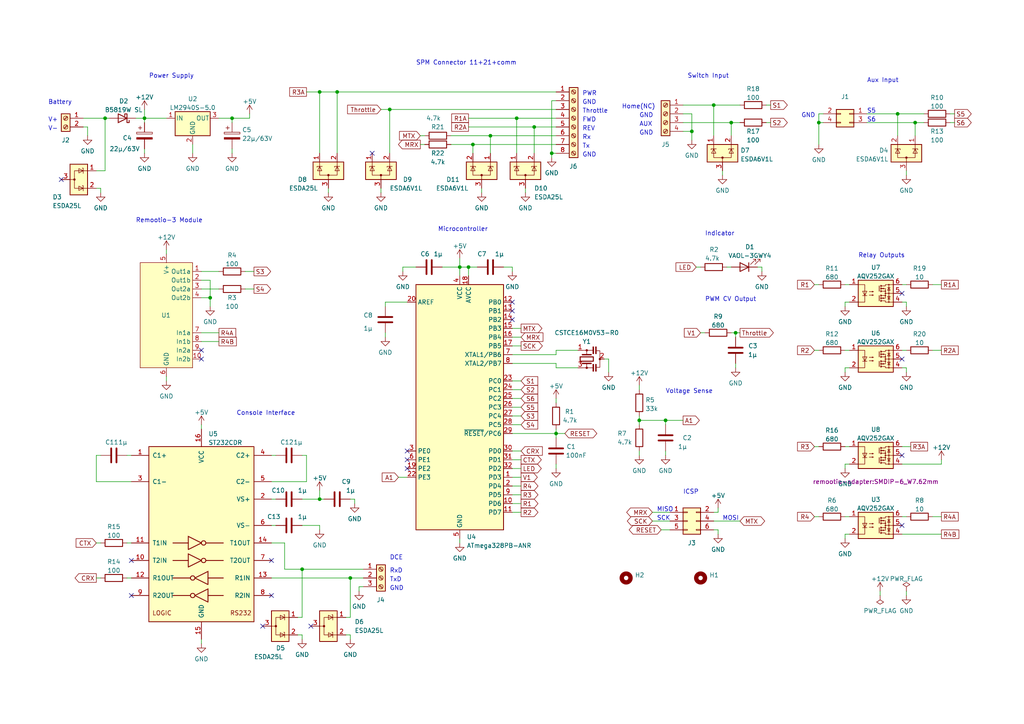
<source format=kicad_sch>
(kicad_sch (version 20211123) (generator eeschema)
  (paper "A4")
  (title_block (title "Remootio Adapter - Hay Hoist") (date "2024-08-06") (rev "1.1") (company "Hyspec / 6-v"))
  (junction (at 260.35 33.02))
  (junction (at 200.66 38.1))
  (junction (at 92.71 26.67))
  (junction (at 67.31 34.29))
  (junction (at 161.29 125.73))
  (junction (at 87.63 165.1))
  (junction (at 133.35 77.47))
  (junction (at 193.04 121.92))
  (junction (at 149.86 34.29))
  (junction (at 97.79 26.67))
  (junction (at 30.48 34.29))
  (junction (at 41.91 34.29))
  (junction (at 142.24 39.37))
  (junction (at 237.49 35.56))
  (junction (at 265.43 35.56))
  (junction (at 160.02 44.45))
  (junction (at 135.89 77.47))
  (junction (at 60.96 86.36))
  (junction (at 212.09 35.56))
  (junction (at 213.36 96.52))
  (junction (at 207.01 30.48))
  (junction (at 92.71 144.78))
  (junction (at 154.94 36.83))
  (junction (at 185.42 121.92))
  (junction (at 101.6 167.64))
  (junction (at 113.03 31.75))
  (junction (at 137.16 41.91))
  (no_connect (at 17.78 52.07))
  (no_connect (at 38.1 172.72))
  (no_connect (at 261.62 152.4))
  (no_connect (at 118.11 133.35))
  (no_connect (at 107.95 44.45))
  (no_connect (at 261.62 85.09))
  (no_connect (at 261.62 132.08))
  (no_connect (at 118.11 135.89))
  (no_connect (at 58.42 104.14))
  (no_connect (at 90.17 181.61))
  (no_connect (at 58.42 101.6))
  (no_connect (at 78.74 172.72))
  (no_connect (at 38.1 162.56))
  (no_connect (at 261.62 104.14))
  (no_connect (at 118.11 130.81))
  (no_connect (at 148.59 87.63))
  (no_connect (at 76.2 181.61))
  (no_connect (at 148.59 90.17))
  (no_connect (at 78.74 162.56))
  (no_connect (at 148.59 92.71))
  (wire (pts (xy 92.71 152.4) (xy 92.71 153.67)))
  (wire (pts (xy 213.36 96.52) (xy 213.36 97.79)))
  (wire (pts (xy 148.59 138.43) (xy 151.13 138.43)))
  (wire (pts (xy 88.9 139.7) (xy 88.9 132.08)))
  (wire (pts (xy 148.59 133.35) (xy 151.13 133.35)))
  (wire (pts (xy 262.89 49.53) (xy 262.89 50.8)))
  (wire (pts (xy 63.5 34.29) (xy 67.31 34.29)))
  (wire (pts (xy 41.91 34.29) (xy 48.26 34.29)))
  (wire (pts (xy 198.12 35.56) (xy 212.09 35.56)))
  (wire (pts (xy 237.49 35.56) (xy 238.76 35.56)))
  (wire (pts (xy 261.62 154.94) (xy 273.05 154.94)))
  (wire (pts (xy 48.26 72.39) (xy 48.26 73.66)))
  (wire (pts (xy 212.09 35.56) (xy 214.63 35.56)))
  (wire (pts (xy 273.05 133.35) (xy 273.05 134.62)))
  (wire (pts (xy 213.36 105.41) (xy 213.36 106.68)))
  (wire (pts (xy 78.74 132.08) (xy 80.01 132.08)))
  (wire (pts (xy 161.29 106.68) (xy 167.64 106.68)))
  (wire (pts (xy 148.59 110.49) (xy 151.13 110.49)))
  (wire (pts (xy 58.42 86.36) (xy 60.96 86.36)))
  (wire (pts (xy 148.59 135.89) (xy 151.13 135.89)))
  (wire (pts (xy 189.23 151.13) (xy 194.31 151.13)))
  (wire (pts (xy 270.51 101.6) (xy 273.05 101.6)))
  (wire (pts (xy 203.2 96.52) (xy 204.47 96.52)))
  (wire (pts (xy 208.28 153.67) (xy 208.28 154.94)))
  (wire (pts (xy 30.48 49.53) (xy 30.48 34.29)))
  (wire (pts (xy 161.29 134.62) (xy 161.29 135.89)))
  (wire (pts (xy 245.11 82.55) (xy 246.38 82.55)))
  (wire (pts (xy 208.28 148.59) (xy 208.28 147.32)))
  (wire (pts (xy 82.55 165.1) (xy 82.55 157.48)))
  (wire (pts (xy 58.42 81.28) (xy 60.96 81.28)))
  (wire (pts (xy 245.11 106.68) (xy 245.11 107.95)))
  (wire (pts (xy 29.21 132.08) (xy 27.94 132.08)))
  (wire (pts (xy 92.71 144.78) (xy 93.98 144.78)))
  (wire (pts (xy 148.59 115.57) (xy 151.13 115.57)))
  (wire (pts (xy 207.01 153.67) (xy 208.28 153.67)))
  (wire (pts (xy 92.71 144.78) (xy 92.71 142.24)))
  (wire (pts (xy 137.16 41.91) (xy 137.16 44.45)))
  (wire (pts (xy 149.86 34.29) (xy 149.86 44.45)))
  (wire (pts (xy 58.42 78.74) (xy 63.5 78.74)))
  (wire (pts (xy 115.57 138.43) (xy 118.11 138.43)))
  (wire (pts (xy 160.02 44.45) (xy 160.02 45.72)))
  (wire (pts (xy 36.83 132.08) (xy 38.1 132.08)))
  (wire (pts (xy 86.36 179.07) (xy 87.63 179.07)))
  (wire (pts (xy 251.46 33.02) (xy 260.35 33.02)))
  (wire (pts (xy 245.11 87.63) (xy 245.11 88.9)))
  (wire (pts (xy 95.25 54.61) (xy 95.25 55.88)))
  (wire (pts (xy 24.13 34.29) (xy 30.48 34.29)))
  (wire (pts (xy 245.11 129.54) (xy 246.38 129.54)))
  (wire (pts (xy 121.92 39.37) (xy 123.19 39.37)))
  (wire (pts (xy 27.94 167.64) (xy 29.21 167.64)))
  (wire (pts (xy 213.36 96.52) (xy 214.63 96.52)))
  (wire (pts (xy 148.59 105.41) (xy 161.29 105.41)))
  (wire (pts (xy 251.46 35.56) (xy 265.43 35.56)))
  (wire (pts (xy 92.71 26.67) (xy 92.71 44.45)))
  (wire (pts (xy 118.11 87.63) (xy 111.76 87.63)))
  (wire (pts (xy 209.55 49.53) (xy 209.55 50.8)))
  (wire (pts (xy 275.59 35.56) (xy 276.86 35.56)))
  (wire (pts (xy 87.63 165.1) (xy 105.41 165.1)))
  (wire (pts (xy 133.35 74.93) (xy 133.35 77.47)))
  (wire (pts (xy 146.05 77.47) (xy 148.59 77.47)))
  (wire (pts (xy 58.42 99.06) (xy 63.5 99.06)))
  (wire (pts (xy 120.65 77.47) (xy 116.84 77.47)))
  (wire (pts (xy 198.12 38.1) (xy 200.66 38.1)))
  (wire (pts (xy 60.96 81.28) (xy 60.96 86.36)))
  (wire (pts (xy 189.23 148.59) (xy 194.31 148.59)))
  (wire (pts (xy 148.59 102.87) (xy 161.29 102.87)))
  (wire (pts (xy 246.38 134.62) (xy 245.11 134.62)))
  (wire (pts (xy 67.31 43.18) (xy 67.31 44.45)))
  (wire (pts (xy 246.38 154.94) (xy 245.11 154.94)))
  (wire (pts (xy 135.89 80.01) (xy 135.89 77.47)))
  (wire (pts (xy 154.94 36.83) (xy 161.29 36.83)))
  (wire (pts (xy 212.09 35.56) (xy 212.09 39.37)))
  (wire (pts (xy 161.29 115.57) (xy 161.29 116.84)))
  (wire (pts (xy 185.42 120.65) (xy 185.42 121.92)))
  (wire (pts (xy 260.35 33.02) (xy 267.97 33.02)))
  (wire (pts (xy 128.27 77.47) (xy 133.35 77.47)))
  (wire (pts (xy 139.7 54.61) (xy 139.7 55.88)))
  (wire (pts (xy 161.29 125.73) (xy 163.83 125.73)))
  (wire (pts (xy 110.49 54.61) (xy 110.49 55.88)))
  (wire (pts (xy 148.59 140.97) (xy 151.13 140.97)))
  (wire (pts (xy 148.59 113.03) (xy 151.13 113.03)))
  (wire (pts (xy 67.31 34.29) (xy 72.39 34.29)))
  (wire (pts (xy 220.98 77.47) (xy 220.98 78.74)))
  (wire (pts (xy 261.62 106.68) (xy 262.89 106.68)))
  (wire (pts (xy 262.89 87.63) (xy 262.89 88.9)))
  (wire (pts (xy 148.59 95.25) (xy 151.13 95.25)))
  (wire (pts (xy 161.29 125.73) (xy 161.29 127)))
  (wire (pts (xy 245.11 149.86) (xy 246.38 149.86)))
  (wire (pts (xy 261.62 134.62) (xy 273.05 134.62)))
  (wire (pts (xy 78.74 167.64) (xy 101.6 167.64)))
  (wire (pts (xy 207.01 30.48) (xy 214.63 30.48)))
  (wire (pts (xy 237.49 41.91) (xy 237.49 35.56)))
  (wire (pts (xy 78.74 144.78) (xy 80.01 144.78)))
  (wire (pts (xy 58.42 185.42) (xy 58.42 186.69)))
  (wire (pts (xy 207.01 151.13) (xy 214.63 151.13)))
  (wire (pts (xy 135.89 36.83) (xy 154.94 36.83)))
  (wire (pts (xy 29.21 54.61) (xy 29.21 55.88)))
  (wire (pts (xy 55.88 41.91) (xy 55.88 44.45)))
  (wire (pts (xy 270.51 149.86) (xy 273.05 149.86)))
  (wire (pts (xy 101.6 144.78) (xy 102.87 144.78)))
  (wire (pts (xy 161.29 101.6) (xy 167.64 101.6)))
  (wire (pts (xy 137.16 41.91) (xy 161.29 41.91)))
  (wire (pts (xy 133.35 156.21) (xy 133.35 157.48)))
  (wire (pts (xy 236.22 101.6) (xy 237.49 101.6)))
  (wire (pts (xy 71.12 83.82) (xy 73.66 83.82)))
  (wire (pts (xy 87.63 144.78) (xy 92.71 144.78)))
  (wire (pts (xy 200.66 33.02) (xy 200.66 38.1)))
  (wire (pts (xy 275.59 33.02) (xy 276.86 33.02)))
  (wire (pts (xy 160.02 29.21) (xy 160.02 44.45)))
  (wire (pts (xy 86.36 184.15) (xy 87.63 184.15)))
  (wire (pts (xy 39.37 34.29) (xy 41.91 34.29)))
  (wire (pts (xy 100.33 184.15) (xy 101.6 184.15)))
  (wire (pts (xy 262.89 171.45) (xy 262.89 172.72)))
  (wire (pts (xy 27.94 54.61) (xy 29.21 54.61)))
  (wire (pts (xy 148.59 148.59) (xy 151.13 148.59)))
  (wire (pts (xy 149.86 34.29) (xy 161.29 34.29)))
  (wire (pts (xy 198.12 30.48) (xy 207.01 30.48)))
  (wire (pts (xy 82.55 165.1) (xy 87.63 165.1)))
  (wire (pts (xy 88.9 26.67) (xy 92.71 26.67)))
  (wire (pts (xy 236.22 82.55) (xy 237.49 82.55)))
  (wire (pts (xy 261.62 101.6) (xy 262.89 101.6)))
  (wire (pts (xy 161.29 102.87) (xy 161.29 101.6)))
  (wire (pts (xy 175.26 104.14) (xy 176.53 104.14)))
  (wire (pts (xy 185.42 121.92) (xy 193.04 121.92)))
  (wire (pts (xy 58.42 83.82) (xy 63.5 83.82)))
  (wire (pts (xy 100.33 179.07) (xy 101.6 179.07)))
  (wire (pts (xy 210.82 77.47) (xy 212.09 77.47)))
  (wire (pts (xy 245.11 101.6) (xy 246.38 101.6)))
  (wire (pts (xy 101.6 184.15) (xy 101.6 185.42)))
  (wire (pts (xy 161.29 124.46) (xy 161.29 125.73)))
  (wire (pts (xy 41.91 34.29) (xy 41.91 35.56)))
  (wire (pts (xy 48.26 109.22) (xy 48.26 110.49)))
  (wire (pts (xy 111.76 96.52) (xy 111.76 97.79)))
  (wire (pts (xy 41.91 31.75) (xy 41.91 34.29)))
  (wire (pts (xy 104.14 170.18) (xy 104.14 171.45)))
  (wire (pts (xy 161.29 29.21) (xy 160.02 29.21)))
  (wire (pts (xy 148.59 130.81) (xy 151.13 130.81)))
  (wire (pts (xy 27.94 157.48) (xy 29.21 157.48)))
  (wire (pts (xy 152.4 54.61) (xy 152.4 55.88)))
  (wire (pts (xy 135.89 77.47) (xy 138.43 77.47)))
  (wire (pts (xy 261.62 87.63) (xy 262.89 87.63)))
  (wire (pts (xy 148.59 97.79) (xy 151.13 97.79)))
  (wire (pts (xy 25.4 36.83) (xy 25.4 39.37)))
  (wire (pts (xy 78.74 139.7) (xy 88.9 139.7)))
  (wire (pts (xy 113.03 31.75) (xy 113.03 44.45)))
  (wire (pts (xy 261.62 149.86) (xy 262.89 149.86)))
  (wire (pts (xy 246.38 87.63) (xy 245.11 87.63)))
  (wire (pts (xy 207.01 148.59) (xy 208.28 148.59)))
  (wire (pts (xy 161.29 105.41) (xy 161.29 106.68)))
  (wire (pts (xy 261.62 129.54) (xy 264.16 129.54)))
  (wire (pts (xy 185.42 130.81) (xy 185.42 132.08)))
  (wire (pts (xy 237.49 33.02) (xy 238.76 33.02)))
  (wire (pts (xy 201.93 77.47) (xy 203.2 77.47)))
  (wire (pts (xy 105.41 170.18) (xy 104.14 170.18)))
  (wire (pts (xy 185.42 111.76) (xy 185.42 113.03)))
  (wire (pts (xy 27.94 139.7) (xy 38.1 139.7)))
  (wire (pts (xy 222.25 35.56) (xy 223.52 35.56)))
  (wire (pts (xy 212.09 96.52) (xy 213.36 96.52)))
  (wire (pts (xy 87.63 179.07) (xy 87.63 165.1)))
  (wire (pts (xy 82.55 157.48) (xy 78.74 157.48)))
  (wire (pts (xy 116.84 77.47) (xy 116.84 78.74)))
  (wire (pts (xy 236.22 149.86) (xy 237.49 149.86)))
  (wire (pts (xy 133.35 77.47) (xy 135.89 77.47)))
  (wire (pts (xy 260.35 33.02) (xy 260.35 39.37)))
  (wire (pts (xy 161.29 44.45) (xy 160.02 44.45)))
  (wire (pts (xy 154.94 36.83) (xy 154.94 44.45)))
  (wire (pts (xy 270.51 82.55) (xy 273.05 82.55)))
  (wire (pts (xy 101.6 179.07) (xy 101.6 167.64)))
  (wire (pts (xy 236.22 129.54) (xy 237.49 129.54)))
  (wire (pts (xy 58.42 96.52) (xy 63.5 96.52)))
  (wire (pts (xy 255.27 171.45) (xy 255.27 172.72)))
  (wire (pts (xy 142.24 39.37) (xy 142.24 44.45)))
  (wire (pts (xy 121.92 41.91) (xy 123.19 41.91)))
  (wire (pts (xy 92.71 26.67) (xy 97.79 26.67)))
  (wire (pts (xy 193.04 130.81) (xy 193.04 132.08)))
  (wire (pts (xy 113.03 31.75) (xy 161.29 31.75)))
  (wire (pts (xy 237.49 35.56) (xy 237.49 33.02)))
  (wire (pts (xy 36.83 157.48) (xy 38.1 157.48)))
  (wire (pts (xy 102.87 144.78) (xy 102.87 146.05)))
  (wire (pts (xy 87.63 184.15) (xy 87.63 185.42)))
  (wire (pts (xy 67.31 34.29) (xy 67.31 35.56)))
  (wire (pts (xy 97.79 26.67) (xy 97.79 44.45)))
  (wire (pts (xy 78.74 152.4) (xy 80.01 152.4)))
  (wire (pts (xy 24.13 36.83) (xy 25.4 36.83)))
  (wire (pts (xy 58.42 123.19) (xy 58.42 124.46)))
  (wire (pts (xy 261.62 82.55) (xy 262.89 82.55)))
  (wire (pts (xy 193.04 121.92) (xy 198.12 121.92)))
  (wire (pts (xy 60.96 86.36) (xy 60.96 88.9)))
  (wire (pts (xy 72.39 34.29) (xy 72.39 33.02)))
  (wire (pts (xy 111.76 87.63) (xy 111.76 88.9)))
  (wire (pts (xy 27.94 132.08) (xy 27.94 139.7)))
  (wire (pts (xy 110.49 31.75) (xy 113.03 31.75)))
  (wire (pts (xy 148.59 123.19) (xy 151.13 123.19)))
  (wire (pts (xy 101.6 167.64) (xy 105.41 167.64)))
  (wire (pts (xy 148.59 146.05) (xy 151.13 146.05)))
  (wire (pts (xy 148.59 118.11) (xy 151.13 118.11)))
  (wire (pts (xy 87.63 132.08) (xy 88.9 132.08)))
  (wire (pts (xy 41.91 43.18) (xy 41.91 44.45)))
  (wire (pts (xy 130.81 39.37) (xy 142.24 39.37)))
  (wire (pts (xy 265.43 35.56) (xy 265.43 39.37)))
  (wire (pts (xy 97.79 26.67) (xy 161.29 26.67)))
  (wire (pts (xy 245.11 134.62) (xy 245.11 135.89)))
  (wire (pts (xy 219.71 77.47) (xy 220.98 77.47)))
  (wire (pts (xy 262.89 106.68) (xy 262.89 107.95)))
  (wire (pts (xy 27.94 49.53) (xy 30.48 49.53)))
  (wire (pts (xy 142.24 39.37) (xy 161.29 39.37)))
  (wire (pts (xy 207.01 30.48) (xy 207.01 39.37)))
  (wire (pts (xy 185.42 121.92) (xy 185.42 123.19)))
  (wire (pts (xy 176.53 104.14) (xy 176.53 107.95)))
  (wire (pts (xy 148.59 77.47) (xy 148.59 78.74)))
  (wire (pts (xy 133.35 80.01) (xy 133.35 77.47)))
  (wire (pts (xy 130.81 41.91) (xy 137.16 41.91)))
  (wire (pts (xy 191.77 153.67) (xy 194.31 153.67)))
  (wire (pts (xy 30.48 34.29) (xy 31.75 34.29)))
  (wire (pts (xy 36.83 167.64) (xy 38.1 167.64)))
  (wire (pts (xy 246.38 106.68) (xy 245.11 106.68)))
  (wire (pts (xy 222.25 30.48) (xy 223.52 30.48)))
  (wire (pts (xy 198.12 33.02) (xy 200.66 33.02)))
  (wire (pts (xy 148.59 143.51) (xy 151.13 143.51)))
  (wire (pts (xy 193.04 121.92) (xy 193.04 123.19)))
  (wire (pts (xy 200.66 38.1) (xy 200.66 40.64)))
  (wire (pts (xy 148.59 125.73) (xy 161.29 125.73)))
  (wire (pts (xy 148.59 120.65) (xy 151.13 120.65)))
  (wire (pts (xy 265.43 35.56) (xy 267.97 35.56)))
  (wire (pts (xy 245.11 154.94) (xy 245.11 156.21)))
  (wire (pts (xy 148.59 100.33) (xy 151.13 100.33)))
  (wire (pts (xy 71.12 78.74) (xy 73.66 78.74)))
  (wire (pts (xy 87.63 152.4) (xy 92.71 152.4)))
  (wire (pts (xy 135.89 34.29) (xy 149.86 34.29)))
  (text "Microcontroller" (at 127 67.31 0) (effects (font (size 1.27 1.27)) (justify left bottom)))
  (text "GND" (at 185.42 34.29 0) (effects (font (size 1.27 1.27)) (justify left bottom)))
  (text "Voltage Sense" (at 193.04 114.3 0) (effects (font (size 1.27 1.27)) (justify left bottom)))
  (text "S5" (at 251.46 33.02 0) (effects (font (size 1.27 1.27)) (justify left bottom)))
  (text "SCK" (at 190.5 151.13 0) (effects (font (size 1.27 1.27)) (justify left bottom)))
  (text "Rx" (at 168.91 40.64 0) (effects (font (size 1.27 1.27)) (justify left bottom)))
  (text "MOSI" (at 209.55 151.13 0) (effects (font (size 1.27 1.27)) (justify left bottom)))
  (text "V+" (at 13.97 35.56 0) (effects (font (size 1.27 1.27)) (justify left bottom)))
  (text "GND" (at 185.42 39.37 0) (effects (font (size 1.27 1.27)) (justify left bottom)))
  (text "PWM CV Output" (at 204.47 87.63 0) (effects (font (size 1.27 1.27)) (justify left bottom)))
  (text "Relay Outputs" (at 248.92 74.93 0) (effects (font (size 1.27 1.27)) (justify left bottom)))
  (text "Power Supply" (at 43.18 22.86 0) (effects (font (size 1.27 1.27)) (justify left bottom)))
  (text "ICSP" (at 198.12 143.51 0) (effects (font (size 1.27 1.27)) (justify left bottom)))
  (text "GND" (at 113.03 171.45 0) (effects (font (size 1.27 1.27)) (justify left bottom)))
  (text "SPM Connector 11+21+comm" (at 120.65 19.05 0) (effects (font (size 1.27 1.27)) (justify left bottom)))
  (text "V-" (at 13.97 38.1 0) (effects (font (size 1.27 1.27)) (justify left bottom)))
  (text "REV" (at 168.91 38.1 0) (effects (font (size 1.27 1.27)) (justify left bottom)))
  (text "MISO" (at 190.5 148.59 0) (effects (font (size 1.27 1.27)) (justify left bottom)))
  (text "Throttle" (at 168.91 33.02 0) (effects (font (size 1.27 1.27)) (justify left bottom)))
  (text "Switch Input" (at 199.39 22.86 0) (effects (font (size 1.27 1.27)) (justify left bottom)))
  (text "Tx" (at 168.91 43.18 0) (effects (font (size 1.27 1.27)) (justify left bottom)))
  (text "Remootio-3 Module" (at 39.37 64.77 0) (effects (font (size 1.27 1.27)) (justify left bottom)))
  (text "GND" (at 232.41 34.29 0) (effects (font (size 1.27 1.27)) (justify left bottom)))
  (text "FWD" (at 168.91 35.56 0) (effects (font (size 1.27 1.27)) (justify left bottom)))
  (text "Battery" (at 13.97 30.48 0) (effects (font (size 1.27 1.27)) (justify left bottom)))
  (text "DCE" (at 113.03 162.56 0) (effects (font (size 1.27 1.27)) (justify left bottom)))
  (text "Home(NC)" (at 180.34 31.75 0) (effects (font (size 1.27 1.27)) (justify left bottom)))
  (text "TxD" (at 113.03 168.91 0) (effects (font (size 1.27 1.27)) (justify left bottom)))
  (text "GND" (at 168.91 45.72 0) (effects (font (size 1.27 1.27)) (justify left bottom)))
  (text "Console Interface" (at 68.58 120.65 0) (effects (font (size 1.27 1.27)) (justify left bottom)))
  (text "Aux Input" (at 251.46 24.13 0) (effects (font (size 1.27 1.27)) (justify left bottom)))
  (text "S6" (at 251.46 35.56 0) (effects (font (size 1.27 1.27)) (justify left bottom)))
  (text "PWR" (at 168.91 27.94 0) (effects (font (size 1.27 1.27)) (justify left bottom)))
  (text "GND" (at 168.91 30.48 0) (effects (font (size 1.27 1.27)) (justify left bottom)))
  (text "AUX" (at 185.42 36.83 0) (effects (font (size 1.27 1.27)) (justify left bottom)))
  (text "Indicator" (at 204.47 68.58 0) (effects (font (size 1.27 1.27)) (justify left bottom)))
  (text "RxD" (at 113.03 166.37 0) (effects (font (size 1.27 1.27)) (justify left bottom)))
  (global_label "CRX" (shape input) (at 151.13 130.81 0) (property "Intersheet References" "${INTERSHEET_REFS}" (effects hide)))
  (global_label "R4B" (shape passive) (at 63.5 99.06 0) (property "Intersheet References" "${INTERSHEET_REFS}" (effects hide)))
  (global_label "MTX" (shape output) (at 151.13 95.25 0) (property "Intersheet References" "${INTERSHEET_REFS}" (effects hide)))
  (global_label "CTX" (shape output) (at 151.13 133.35 0) (property "Intersheet References" "${INTERSHEET_REFS}" (effects hide)))
  (global_label "S4" (shape input) (at 151.13 123.19 0) (property "Intersheet References" "${INTERSHEET_REFS}" (effects hide)))
  (global_label "SCK" (shape bidirectional) (at 189.23 151.13 180) (property "Intersheet References" "${INTERSHEET_REFS}" (effects hide)))
  (global_label "S2" (shape input) (at 151.13 113.03 0) (property "Intersheet References" "${INTERSHEET_REFS}" (effects hide)))
  (global_label "LED" (shape input) (at 201.93 77.47 180) (property "Intersheet References" "${INTERSHEET_REFS}" (effects hide)))
  (global_label "R3" (shape input) (at 236.22 129.54 180) (property "Intersheet References" "${INTERSHEET_REFS}" (effects hide)))
  (global_label "MRX" (shape input) (at 151.13 97.79 0) (property "Intersheet References" "${INTERSHEET_REFS}" (effects hide)))
  (global_label "CRX" (shape output) (at 27.94 167.64 180) (property "Intersheet References" "${INTERSHEET_REFS}" (effects hide)))
  (global_label "R4A" (shape passive) (at 273.05 149.86 0) (property "Intersheet References" "${INTERSHEET_REFS}" (effects hide)))
  (global_label "S5" (shape input) (at 151.13 118.11 0) (property "Intersheet References" "${INTERSHEET_REFS}" (effects hide)))
  (global_label "RESET" (shape bidirectional) (at 163.83 125.73 0) (property "Intersheet References" "${INTERSHEET_REFS}" (effects hide)))
  (global_label "S3" (shape input) (at 151.13 120.65 0) (property "Intersheet References" "${INTERSHEET_REFS}" (effects hide)))
  (global_label "R2A" (shape passive) (at 273.05 101.6 0) (property "Intersheet References" "${INTERSHEET_REFS}" (effects hide)))
  (global_label "SCK" (shape output) (at 151.13 100.33 0) (property "Intersheet References" "${INTERSHEET_REFS}" (effects hide)))
  (global_label "V1" (shape output) (at 151.13 138.43 0) (property "Intersheet References" "${INTERSHEET_REFS}" (effects hide)))
  (global_label "R2" (shape output) (at 151.13 148.59 0) (property "Intersheet References" "${INTERSHEET_REFS}" (effects hide)))
  (global_label "V1" (shape input) (at 203.2 96.52 180) (property "Intersheet References" "${INTERSHEET_REFS}" (effects hide)))
  (global_label "CTX" (shape input) (at 27.94 157.48 180) (property "Intersheet References" "${INTERSHEET_REFS}" (effects hide)))
  (global_label "R1" (shape output) (at 151.13 146.05 0) (property "Intersheet References" "${INTERSHEET_REFS}" (effects hide)))
  (global_label "MTX" (shape input) (at 121.92 39.37 180) (property "Intersheet References" "${INTERSHEET_REFS}" (effects hide)))
  (global_label "R3" (shape output) (at 151.13 143.51 0) (property "Intersheet References" "${INTERSHEET_REFS}" (effects hide)))
  (global_label "MRX" (shape output) (at 121.92 41.91 180) (property "Intersheet References" "${INTERSHEET_REFS}" (effects hide)))
  (global_label "LED" (shape output) (at 151.13 135.89 0) (property "Intersheet References" "${INTERSHEET_REFS}" (effects hide)))
  (global_label "R2" (shape input) (at 236.22 101.6 180) (property "Intersheet References" "${INTERSHEET_REFS}" (effects hide)))
  (global_label "S1" (shape input) (at 151.13 110.49 0) (property "Intersheet References" "${INTERSHEET_REFS}" (effects hide)))
  (global_label "R3A" (shape passive) (at 264.16 129.54 0) (property "Intersheet References" "${INTERSHEET_REFS}" (effects hide)))
  (global_label "R1A" (shape passive) (at 135.89 34.29 180) (property "Intersheet References" "${INTERSHEET_REFS}" (effects hide)))
  (global_label "MTX" (shape bidirectional) (at 214.63 151.13 0) (property "Intersheet References" "${INTERSHEET_REFS}" (effects hide)))
  (global_label "RESET" (shape bidirectional) (at 191.77 153.67 180) (property "Intersheet References" "${INTERSHEET_REFS}" (effects hide)))
  (global_label "A1" (shape output) (at 198.12 121.92 0) (property "Intersheet References" "${INTERSHEET_REFS}" (effects hide)))
  (global_label "S6" (shape input) (at 151.13 115.57 0) (property "Intersheet References" "${INTERSHEET_REFS}" (effects hide)))
  (global_label "R4A" (shape passive) (at 63.5 96.52 0) (property "Intersheet References" "${INTERSHEET_REFS}" (effects hide)))
  (global_label "S1" (shape output) (at 223.52 30.48 0) (property "Intersheet References" "${INTERSHEET_REFS}" (effects hide)))
  (global_label "R1" (shape input) (at 236.22 82.55 180) (property "Intersheet References" "${INTERSHEET_REFS}" (effects hide)))
  (global_label "Throttle" (shape output) (at 214.63 96.52 0) (property "Intersheet References" "${INTERSHEET_REFS}" (effects hide)))
  (global_label "R4" (shape input) (at 236.22 149.86 180) (property "Intersheet References" "${INTERSHEET_REFS}" (effects hide)))
  (global_label "S2" (shape output) (at 223.52 35.56 0) (property "Intersheet References" "${INTERSHEET_REFS}" (effects hide)))
  (global_label "MRX" (shape bidirectional) (at 189.23 148.59 180) (property "Intersheet References" "${INTERSHEET_REFS}" (effects hide)))
  (global_label "R4" (shape output) (at 151.13 140.97 0) (property "Intersheet References" "${INTERSHEET_REFS}" (effects hide)))
  (global_label "R1A" (shape passive) (at 273.05 82.55 0) (property "Intersheet References" "${INTERSHEET_REFS}" (effects hide)))
  (global_label "S6" (shape output) (at 276.86 35.56 0) (property "Intersheet References" "${INTERSHEET_REFS}" (effects hide)))
  (global_label "R4B" (shape passive) (at 273.05 154.94 0) (property "Intersheet References" "${INTERSHEET_REFS}" (effects hide)))
  (global_label "R3A" (shape passive) (at 88.9 26.67 180) (property "Intersheet References" "${INTERSHEET_REFS}" (effects hide)))
  (global_label "R2A" (shape passive) (at 135.89 36.83 180) (property "Intersheet References" "${INTERSHEET_REFS}" (effects hide)))
  (global_label "S3" (shape output) (at 73.66 78.74 0) (property "Intersheet References" "${INTERSHEET_REFS}" (effects hide)))
  (global_label "S5" (shape output) (at 276.86 33.02 0) (property "Intersheet References" "${INTERSHEET_REFS}" (effects hide)))
  (global_label "A1" (shape input) (at 115.57 138.43 180) (property "Intersheet References" "${INTERSHEET_REFS}" (effects hide)))
  (global_label "Throttle" (shape input) (at 110.49 31.75 180) (property "Intersheet References" "${INTERSHEET_REFS}" (effects hide)))
  (global_label "S4" (shape output) (at 73.66 83.82 0) (property "Intersheet References" "${INTERSHEET_REFS}" (effects hide)))
  (symbol (lib_id "power:GND") (at 161.29 135.89 0) (unit 1)
    (property "Reference" "#PWR038" (effects hide))
    (property "Value" "GND" (at 161.29 140.3334 0))
  )
  (symbol (lib_id "power:GND") (at 58.42 186.69 0) (unit 1)
    (property "Reference" "#PWR052" (effects hide))
    (property "Value" "GND" (at 58.42 191.1334 0))
  )
  (symbol (lib_id "power:GND") (at 209.55 50.8 0) (unit 1)
    (property "Reference" "#PWR010" (effects hide))
    (property "Value" "GND" (at 209.55 55.2434 0))
  )
  (symbol (lib_id "power:GND") (at 245.11 107.95 0) (unit 1)
    (property "Reference" "#PWR029" (effects hide))
    (property "Value" "GND" (at 245.11 112.3934 0))
  )
  (symbol (lib_id "Device:C") (at 83.82 132.08 270) (unit 1)
    (property "Reference" "C12" (at 81.28 128.27 90) (effects (justify left)))
    (property "Value" "1µ" (at 85.09 128.27 90) (effects (justify left)))
    (property "Footprint" "Capacitor_SMD:C_0603_1608Metric" (effects hide))
    (property "Datasheet" "GRM188R71E105KA12D.pdf" (effects hide))
    (property "LCSC" "C86020" (effects hide))
    (property "PARTNO" "GRM188R71E105KA12D" (effects hide))
  )
  (symbol (lib_id "power:GND") (at 160.02 45.72 0) (unit 1)
    (property "Reference" "#PWR09" (effects hide))
    (property "Value" "GND" (at 160.02 50.1634 0))
  )
  (symbol (lib_id "Device:R") (at 241.3 149.86 90) (unit 1)
    (property "Reference" "R6" (at 241.3 145.1442 90))
    (property "Value" "680" (at 241.3 147.6811 90))
    (property "Footprint" "Resistor_SMD:R_0603_1608Metric" (effects hide))
    (property "Datasheet" "0603WAF6800T5E.pdf" (effects hide))
    (property "LCSC" "C23228" (effects hide))
    (property "PARTNO" "0603WAF6800T5E" (effects hide))
  )
  (symbol (lib_id "power:GND") (at 245.11 135.89 0) (unit 1)
    (property "Reference" "#PWR039" (effects hide))
    (property "Value" "GND" (at 245.11 140.3334 0))
  )
  (symbol (lib_id "power:GND") (at 237.49 41.91 0) (unit 1)
    (property "Reference" "#PWR05" (effects hide))
    (property "Value" "GND" (at 237.49 46.3534 0))
  )
  (symbol (lib_id "power:GND") (at 208.28 154.94 0) (unit 1)
    (property "Reference" "#PWR044" (effects hide))
    (property "Value" "GND" (at 208.28 159.3834 0))
  )
  (symbol (lib_id "Device:C") (at 213.36 101.6 180) (unit 1)
    (property "Reference" "C3" (at 219.71 100.33 0) (effects (justify left)))
    (property "Value" "1µ" (at 219.71 102.87 0) (effects (justify left)))
    (property "Footprint" "Capacitor_SMD:C_0603_1608Metric" (effects hide))
    (property "Datasheet" "GRM188R71E105KA12D.pdf" (effects hide))
    (property "LCSC" "C86020" (effects hide))
    (property "PARTNO" "GRM188R71E105KA12D" (effects hide))
  )
  (symbol (lib_id "power:+5V") (at 58.42 123.19 0) (unit 1)
    (property "Reference" "#PWR034" (effects hide))
    (property "Value" "+5V" (at 58.42 119.6142 0))
  )
  (symbol (lib_id "Power_Protection:SP0502BAHT") (at 81.28 181.61 270) (unit 1)
    (property "Reference" "D5" (at 80.01 187.96 90) (effects (justify left)))
    (property "Value" "ESDA25L" (at 73.66 190.5 90) (effects (justify left)))
    (property "Footprint" "Package_TO_SOT_SMD:SOT-23" (effects hide))
    (property "Datasheet" "ESDA6V1L.pdf" (effects hide))
    (property "LCSC" "C95343" (effects hide))
  )
  (symbol (lib_id "Device:C_Polarized") (at 41.91 39.37 0) (unit 1)
    (property "Reference" "C4" (at 35.56 40.005 0) (effects (justify left)))
    (property "Value" "22µ/63V" (at 31.75 43.18 0) (effects (justify left)))
    (property "Footprint" "remootio-adapter:CP_Elec_6.3x7.7_V" (effects hide))
    (property "Datasheet" "EEEFN1J220XV.pdf" (effects hide))
    (property "PARTNO" "EEEFN1J220XV" (effects hide))
    (property "LCSC" "C497613" (effects hide))
  )
  (symbol (lib_id "Power_Protection:SP0502BAHT") (at 152.4 49.53 0) (unit 1)
    (property "Reference" "D10" (at 154.94 54.61 0) (effects (justify left)))
    (property "Value" "ESDA25L" (at 154.94 57.15 0) (effects (justify left)))
    (property "Footprint" "Package_TO_SOT_SMD:SOT-23" (effects hide))
    (property "Datasheet" "ESDA6V1L.pdf" (effects hide))
    (property "LCSC" "C95343" (effects hide))
  )
  (symbol (lib_id "power:GND") (at 55.88 44.45 0) (unit 1)
    (property "Reference" "#PWR07" (effects hide))
    (property "Value" "GND" (at 55.88 48.8934 0))
  )
  (symbol (lib_id "Device:D_Schottky") (at 35.56 34.29 180) (unit 1)
    (property "Reference" "D2" (at 35.8775 29.3202 0))
    (property "Value" "B5819W SL" (at 35.8775 31.8571 0))
    (property "Footprint" "Diode_SMD:D_SOD-123" (effects hide))
    (property "Datasheet" "B5819SL.pdf" (effects hide))
    (property "LCSC" "C8598" (effects hide))
  )
  (symbol (lib_id "Device:R") (at 241.3 129.54 90) (unit 1)
    (property "Reference" "R16" (at 241.3 124.8242 90))
    (property "Value" "680" (at 241.3 127.3611 90))
    (property "Footprint" "Resistor_SMD:R_0603_1608Metric" (effects hide))
    (property "Datasheet" "0603WAF6800T5E.pdf" (effects hide))
    (property "LCSC" "C23228" (effects hide))
    (property "PARTNO" "0603WAF6800T5E" (effects hide))
  )
  (symbol (lib_id "Device:R") (at 241.3 82.55 90) (unit 1)
    (property "Reference" "R11" (at 241.3 77.8342 90))
    (property "Value" "680" (at 241.3 80.3711 90))
    (property "Footprint" "Resistor_SMD:R_0603_1608Metric" (effects hide))
    (property "Datasheet" "0603WAF6800T5E.pdf" (effects hide))
    (property "LCSC" "C23228" (effects hide))
    (property "PARTNO" "0603WAF6800T5E" (effects hide))
  )
  (symbol (lib_id "Device:C") (at 83.82 144.78 270) (unit 1)
    (property "Reference" "C10" (at 78.74 142.24 90) (effects (justify left)))
    (property "Value" "1µ" (at 86.36 142.24 90) (effects (justify left)))
    (property "Footprint" "Capacitor_SMD:C_0603_1608Metric" (effects hide))
    (property "Datasheet" "GRM188R71E105KA12D.pdf" (effects hide))
    (property "LCSC" "C86020" (effects hide))
    (property "PARTNO" "GRM188R71E105KA12D" (effects hide))
  )
  (symbol (lib_id "power:+12V") (at 273.05 133.35 0) (unit 1)
    (property "Reference" "#PWR037" (effects hide))
    (property "Value" "+12V" (at 273.05 129.7742 0))
  )
  (symbol (lib_id "power:GND") (at 245.11 88.9 0) (unit 1)
    (property "Reference" "#PWR024" (effects hide))
    (property "Value" "GND" (at 245.11 93.3434 0))
  )
  (symbol (lib_id "Device:R") (at 266.7 101.6 90) (unit 1)
    (property "Reference" "R20" (at 266.7 96.8842 90))
    (property "Value" "10" (at 266.7 99.4211 90))
    (property "Footprint" "Resistor_SMD:R_0603_1608Metric" (effects hide))
    (property "Datasheet" "0603WAF100JT5E.pdf" (effects hide))
    (property "LCSC" "C22859" (effects hide))
    (property "PARTNO" "0603WAF100JT5E" (effects hide))
  )
  (symbol (lib_id "Device:R") (at 185.42 116.84 0) (unit 1)
    (property "Reference" "R5" (at 187.198 116.0053 0) (effects (justify left)))
    (property "Value" "33k" (at 187.198 118.5422 0) (effects (justify left)))
    (property "Footprint" "Resistor_SMD:R_0603_1608Metric" (effects hide))
    (property "Datasheet" "0603WAF3302T5E.pdf" (effects hide))
    (property "LCSC" "C4216" (effects hide))
    (property "PARTNO" "0603WAF3302T5E" (effects hide))
  )
  (symbol (lib_id "Device:R") (at 67.31 78.74 90) (unit 1)
    (property "Reference" "R4" (at 67.31 74.0242 90))
    (property "Value" "100" (at 67.31 76.5611 90))
    (property "Footprint" "Resistor_SMD:R_0603_1608Metric" (effects hide))
    (property "Datasheet" "GRM188R71E105KA12D.pdf" (effects hide))
    (property "LCSC" "C22775" (effects hide))
    (property "PARTNO" "GRM188R71E105KA12D" (effects hide))
  )
  (symbol (lib_id "power:GND") (at 133.35 157.48 0) (unit 1)
    (property "Reference" "#PWR046" (effects hide))
    (property "Value" "GND" (at 133.35 161.9234 0))
  )
  (symbol (lib_id "Device:R") (at 127 41.91 90) (unit 1)
    (property "Reference" "R22" (at 127 44.45 90))
    (property "Value" "4.7k" (at 127 46.99 90))
    (property "Footprint" "Resistor_SMD:R_0603_1608Metric" (effects hide))
    (property "Datasheet" "0603WAF4701T5E.pdf" (effects hide))
    (property "LCSC" "C23162" (effects hide))
    (property "PARTNO" "0603WAF4701T5E" (effects hide))
  )
  (symbol (lib_id "power:GND") (at 262.89 172.72 0) (unit 1)
    (property "Reference" "#PWR049" (effects hide))
    (property "Value" "GND" (at 262.89 177.1634 0))
  )
  (symbol (lib_id "Device:C") (at 142.24 77.47 270) (unit 1)
    (property "Reference" "C7" (at 138.43 73.66 90) (effects (justify left)))
    (property "Value" "1µ" (at 143.51 73.66 90) (effects (justify left)))
    (property "Footprint" "Capacitor_SMD:C_0603_1608Metric" (effects hide))
    (property "Datasheet" "GRM188R71E105KA12D.pdf" (effects hide))
    (property "LCSC" "C86020" (effects hide))
    (property "PARTNO" "GRM188R71E105KA12D" (effects hide))
  )
  (symbol (lib_id "Connector_Generic:Conn_02x02_Odd_Even") (at 246.38 33.02 0) (mirror y) (unit 1)
    (property "Reference" "J1" (at 245.11 28.0502 0))
    (property "Value" "AUX" (effects hide))
    (property "Footprint" "Connector_PinHeader_2.54mm:PinHeader_2x02_P2.54mm_Vertical" (effects hide))
  )
  (symbol (lib_id "Device:Resonator_Small") (at 170.18 104.14 90) (mirror x) (unit 1)
    (property "Reference" "Y1" (at 170.18 99.06 90))
    (property "Value" "CSTCE16M0V53-R0" (at 170.18 96.52 90))
    (property "Footprint" "Crystal:Resonator_SMD_Murata_CSTxExxV-3Pin_3.0x1.1mm" (effects hide))
    (property "Datasheet" "CSTCE16M0V53-R0.pdf" (effects hide))
    (property "LCSC" "C32180" (effects hide))
  )
  (symbol (lib_id "power:GND") (at 101.6 185.42 0) (unit 1)
    (property "Reference" "#PWR051" (effects hide))
    (property "Value" "GND" (at 101.6 189.8634 0))
  )
  (symbol (lib_id "remootio-adapter:remootio-3") (at 48.26 91.44 0) (unit 1)
    (property "Reference" "U1" (at 49.53 91.44 0) (effects (justify right)))
    (property "Value" "remootio-3" (effects hide))
    (property "Footprint" "remootio-adapter:remootio-3" (effects hide))
  )
  (symbol (lib_id "power:GND") (at 262.89 88.9 0) (unit 1)
    (property "Reference" "#PWR025" (effects hide))
    (property "Value" "GND" (at 262.89 93.3434 0))
  )
  (symbol (lib_id "power:GND") (at 220.98 78.74 0) (unit 1)
    (property "Reference" "#PWR021" (effects hide))
    (property "Value" "GND" (at 220.98 83.1834 0))
  )
  (symbol (lib_id "Device:R") (at 208.28 96.52 90) (unit 1)
    (property "Reference" "R9" (at 208.28 91.8042 90))
    (property "Value" "680" (at 208.28 94.3411 90))
    (property "Footprint" "Resistor_SMD:R_0603_1608Metric" (effects hide))
    (property "Datasheet" "0603WAF6800T5E.pdf" (effects hide))
    (property "LCSC" "C23228" (effects hide))
    (property "PARTNO" "0603WAF6800T5E" (effects hide))
  )
  (symbol (lib_id "power:+5V") (at 161.29 115.57 0) (unit 1)
    (property "Reference" "#PWR033" (effects hide))
    (property "Value" "+5V" (at 161.29 111.9942 0))
  )
  (symbol (lib_id "power:GND") (at 139.7 55.88 0) (unit 1)
    (property "Reference" "#PWR015" (effects hide))
    (property "Value" "GND" (at 139.7 60.3234 0))
  )
  (symbol (lib_id "Connector:Screw_Terminal_01x03") (at 110.49 167.64 0) (unit 1)
    (property "Reference" "J4" (at 109.22 173.99 0) (effects (justify left)))
    (property "Value" "Console" (effects hide))
    (property "Footprint" "TerminalBlock_Phoenix:TerminalBlock_Phoenix_MKDS-1,5-3-5.08_1x03_P5.08mm_Horizontal" (effects hide))
  )
  (symbol (lib_id "Device:R") (at 266.7 82.55 90) (unit 1)
    (property "Reference" "R19" (at 266.7 77.8342 90))
    (property "Value" "10" (at 266.7 80.3711 90))
    (property "Footprint" "Resistor_SMD:R_0603_1608Metric" (effects hide))
    (property "Datasheet" "0603WAF100JT5E.pdf" (effects hide))
    (property "LCSC" "C22859" (effects hide))
    (property "PARTNO" "0603WAF100JT5E" (effects hide))
  )
  (symbol (lib_id "Power_Protection:SP0502BAHT") (at 262.89 44.45 0) (mirror y) (unit 1)
    (property "Reference" "D4" (at 257.683 43.6153 0) (effects (justify left)))
    (property "Value" "ESDA6V1L" (at 257.683 46.1522 0) (effects (justify left)))
    (property "Footprint" "Package_TO_SOT_SMD:SOT-23" (effects hide))
    (property "Datasheet" "ESDA6V1L.pdf" (effects hide))
    (property "LCSC" "C24378" (effects hide))
  )
  (symbol (lib_id "Device:R") (at 207.01 77.47 270) (unit 1)
    (property "Reference" "R2" (at 205.74 72.39 90) (effects (justify left)))
    (property "Value" "4.7k" (at 204.47 74.93 90) (effects (justify left)))
    (property "Footprint" "Resistor_SMD:R_0603_1608Metric" (effects hide))
    (property "Datasheet" "0603WAF4701T5E.pdf" (effects hide))
    (property "LCSC" "C23162" (effects hide))
    (property "PARTNO" "0603WAF4701T5E" (effects hide))
  )
  (symbol (lib_id "power:GND") (at 176.53 107.95 0) (unit 1)
    (property "Reference" "#PWR028" (effects hide))
    (property "Value" "GND" (at 176.53 112.3934 0))
  )
  (symbol (lib_id "Device:C") (at 161.29 130.81 180) (unit 1)
    (property "Reference" "C1" (at 167.005 129.54 0) (effects (justify left)))
    (property "Value" "100nF" (at 170.18 132.08 0) (effects (justify left)))
    (property "Footprint" "Capacitor_SMD:C_0603_1608Metric" (effects hide))
    (property "Datasheet" "CC0603KRX7R9BB104.pdf" (effects hide))
    (property "LCSC" "C14663" (effects hide))
    (property "PARTNO" "CC0603KRX7R9BB104" (effects hide))
  )
  (symbol (lib_id "Mechanical:MountingHole") (at 203.2 167.64 0) (unit 1)
    (property "Reference" "H1" (at 205.74 166.8053 0) (effects (justify left)))
    (property "Value" "MountingHole" (effects hide))
    (property "Footprint" "MountingHole:MountingHole_3.2mm_M3" (effects hide))
  )
  (symbol (lib_id "power:GND") (at 67.31 44.45 0) (unit 1)
    (property "Reference" "#PWR08" (effects hide))
    (property "Value" "GND" (at 67.31 48.8934 0))
  )
  (symbol (lib_id "Regulator_Linear:L7805") (at 55.88 34.29 0) (unit 1)
    (property "Reference" "U2" (at 55.88 28.6852 0))
    (property "Value" "LM2940S-5.0" (at 55.88 31.2221 0))
    (property "Footprint" "Package_TO_SOT_SMD:SOT-223-3_TabPin2" (effects hide))
    (property "Datasheet" "LM2940S-5.0.pdf" (effects hide))
    (property "LCSC" "C596334" (effects hide))
  )
  (symbol (lib_id "power:GND") (at 185.42 132.08 0) (unit 1)
    (property "Reference" "#PWR035" (effects hide))
    (property "Value" "GND" (at 185.42 136.5234 0))
  )
  (symbol (lib_id "Device:R") (at 127 39.37 90) (unit 1)
    (property "Reference" "R21" (at 127 36.83 90))
    (property "Value" "4.7k" (at 125.73 34.29 90))
    (property "Footprint" "Resistor_SMD:R_0603_1608Metric" (effects hide))
    (property "Datasheet" "0603WAF4701T5E.pdf" (effects hide))
    (property "LCSC" "C23162" (effects hide))
    (property "PARTNO" "0603WAF4701T5E" (effects hide))
  )
  (symbol (lib_id "Connector:Screw_Terminal_01x02") (at 19.05 34.29 0) (mirror y) (unit 1)
    (property "Reference" "J2" (at 19.05 40.64 0))
    (property "Value" "BATT" (effects hide))
    (property "Footprint" "TerminalBlock_Phoenix:TerminalBlock_Phoenix_MKDS-1,5-2-5.08_1x02_P5.08mm_Horizontal" (effects hide))
  )
  (symbol (lib_id "power:GND") (at 60.96 88.9 0) (unit 1)
    (property "Reference" "#PWR022" (effects hide))
    (property "Value" "GND" (at 60.96 93.3434 0))
  )
  (symbol (lib_id "Device:R") (at 33.02 157.48 90) (unit 1)
    (property "Reference" "R15" (at 33.02 152.7642 90))
    (property "Value" "100" (at 33.02 155.3011 90))
    (property "Footprint" "Resistor_SMD:R_0603_1608Metric" (effects hide))
    (property "Datasheet" "GRM188R71E105KA12D.pdf" (effects hide))
    (property "LCSC" "C22775" (effects hide))
    (property "PARTNO" "GRM188R71E105KA12D" (effects hide))
  )
  (symbol (lib_id "power:GND") (at 111.76 97.79 0) (unit 1)
    (property "Reference" "#PWR026" (effects hide))
    (property "Value" "GND" (at 111.76 102.2334 0))
  )
  (symbol (lib_id "Relay_SolidState:TLP3543") (at 254 85.09 0) (unit 1)
    (property "Reference" "U7" (at 254 77.5802 0))
    (property "Value" "AQV252GAX" (at 254 80.1171 0))
    (property "Footprint" "remootio-adapter:SMDIP-6_W7.62mm" (effects hide))
    (property "Datasheet" "AQV252GAX.pdf" (effects hide))
    (property "LCSC" "C425149" (effects hide))
  )
  (symbol (lib_id "Device:C") (at 193.04 127 180) (unit 1)
    (property "Reference" "C2" (at 200.66 127 0) (effects (justify left)))
    (property "Value" "1µ" (at 199.39 129.54 0) (effects (justify left)))
    (property "Footprint" "Capacitor_SMD:C_0603_1608Metric" (effects hide))
    (property "Datasheet" "GRM188R71E105KA12D.pdf" (effects hide))
    (property "LCSC" "C86020" (effects hide))
    (property "PARTNO" "GRM188R71E105KA12D" (effects hide))
  )
  (symbol (lib_id "power:+5V") (at 92.71 142.24 0) (unit 1)
    (property "Reference" "#PWR040" (effects hide))
    (property "Value" "+5V" (at 92.71 138.6642 0))
  )
  (symbol (lib_id "power:GND") (at 48.26 110.49 0) (unit 1)
    (property "Reference" "#PWR031" (effects hide))
    (property "Value" "GND" (at 48.26 114.9334 0))
  )
  (symbol (lib_id "power:GND") (at 200.66 40.64 0) (unit 1)
    (property "Reference" "#PWR04" (effects hide))
    (property "Value" "GND" (at 200.66 45.0834 0))
  )
  (symbol (lib_id "Device:C") (at 97.79 144.78 270) (unit 1)
    (property "Reference" "C9" (at 99.06 139.7 90) (effects (justify left)))
    (property "Value" "1µ" (at 100.33 142.24 90) (effects (justify left)))
    (property "Footprint" "Capacitor_SMD:C_0603_1608Metric" (effects hide))
    (property "Datasheet" "GRM188R71E105KA12D.pdf" (effects hide))
    (property "LCSC" "C86020" (effects hide))
    (property "PARTNO" "GRM188R71E105KA12D" (effects hide))
  )
  (symbol (lib_id "Device:C") (at 124.46 77.47 270) (unit 1)
    (property "Reference" "C6" (at 121.92 73.66 90) (effects (justify left)))
    (property "Value" "1µ" (at 125.73 73.66 90) (effects (justify left)))
    (property "Footprint" "Capacitor_SMD:C_0603_1608Metric" (effects hide))
    (property "Datasheet" "GRM188R71E105KA12D.pdf" (effects hide))
    (property "LCSC" "C86020" (effects hide))
    (property "PARTNO" "GRM188R71E105KA12D" (effects hide))
  )
  (symbol (lib_id "power:+12V") (at 48.26 72.39 0) (unit 1)
    (property "Reference" "#PWR017" (effects hide))
    (property "Value" "+12V" (at 48.26 68.8142 0))
  )
  (symbol (lib_id "power:+12V") (at 185.42 111.76 0) (unit 1)
    (property "Reference" "#PWR032" (effects hide))
    (property "Value" "+12V" (at 185.42 108.1842 0))
  )
  (symbol (lib_id "Connector_Generic:Conn_02x03_Odd_Even") (at 199.39 151.13 0) (unit 1)
    (property "Reference" "J3" (at 200.66 157.48 0))
    (property "Value" "ICSP" (effects hide))
    (property "Footprint" "Connector_PinHeader_2.54mm:PinHeader_2x03_P2.54mm_Vertical" (effects hide))
  )
  (symbol (lib_id "power:GND") (at 262.89 107.95 0) (unit 1)
    (property "Reference" "#PWR030" (effects hide))
    (property "Value" "GND" (at 262.89 112.3934 0))
  )
  (symbol (lib_id "power:GND") (at 152.4 55.88 0) (unit 1)
    (property "Reference" "#PWR016" (effects hide))
    (property "Value" "GND" (at 152.4 60.3234 0))
  )
  (symbol (lib_id "Power_Protection:SP0502BAHT") (at 22.86 52.07 270) (unit 1)
    (property "Reference" "D3" (at 15.24 57.15 90) (effects (justify left)))
    (property "Value" "ESDA25L" (at 15.24 59.69 90) (effects (justify left)))
    (property "Footprint" "Package_TO_SOT_SMD:SOT-23" (effects hide))
    (property "Datasheet" "ESDA6V1L.pdf" (effects hide))
    (property "LCSC" "C95343" (effects hide))
  )
  (symbol (lib_id "Device:R") (at 185.42 127 0) (unit 1)
    (property "Reference" "R7" (at 179.07 125.73 0) (effects (justify left)))
    (property "Value" "4.7k" (at 179.07 128.27 0) (effects (justify left)))
    (property "Footprint" "Resistor_SMD:R_0603_1608Metric" (effects hide))
    (property "Datasheet" "0603WAF4701T5E.pdf" (effects hide))
    (property "LCSC" "C23162" (effects hide))
    (property "PARTNO" "0603WAF4701T5E" (effects hide))
  )
  (symbol (lib_id "Device:R") (at 33.02 167.64 90) (unit 1)
    (property "Reference" "R14" (at 33.02 162.9242 90))
    (property "Value" "100" (at 33.02 165.4611 90))
    (property "Footprint" "Resistor_SMD:R_0603_1608Metric" (effects hide))
    (property "Datasheet" "GRM188R71E105KA12D.pdf" (effects hide))
    (property "LCSC" "C22775" (effects hide))
    (property "PARTNO" "GRM188R71E105KA12D" (effects hide))
  )
  (symbol (lib_id "power:GND") (at 87.63 185.42 0) (unit 1)
    (property "Reference" "#PWR050" (effects hide))
    (property "Value" "GND" (at 87.63 189.8634 0))
  )
  (symbol (lib_id "power:GND") (at 262.89 50.8 0) (unit 1)
    (property "Reference" "#PWR011" (effects hide))
    (property "Value" "GND" (at 262.89 55.2434 0))
  )
  (symbol (lib_id "Mechanical:MountingHole") (at 181.61 167.64 0) (unit 1)
    (property "Reference" "H2" (at 184.15 166.8053 0) (effects (justify left)))
    (property "Value" "MountingHole" (effects hide))
    (property "Footprint" "MountingHole:MountingHole_3.2mm_M3" (effects hide))
  )
  (symbol (lib_id "power:GND") (at 25.4 39.37 0) (unit 1)
    (property "Reference" "#PWR03" (effects hide))
    (property "Value" "GND" (at 25.4 43.8134 0))
  )
  (symbol (lib_id "power:GND") (at 104.14 171.45 0) (unit 1)
    (property "Reference" "#PWR047" (effects hide))
    (property "Value" "GND" (at 104.14 175.8934 0))
  )
  (symbol (lib_id "Device:R") (at 67.31 83.82 90) (unit 1)
    (property "Reference" "R3" (at 67.31 86.36 90))
    (property "Value" "100" (at 67.31 88.9 90))
    (property "Footprint" "Resistor_SMD:R_0603_1608Metric" (effects hide))
    (property "Datasheet" "GRM188R71E105KA12D.pdf" (effects hide))
    (property "LCSC" "C22775" (effects hide))
    (property "PARTNO" "GRM188R71E105KA12D" (effects hide))
  )
  (symbol (lib_id "Relay_SolidState:TLP3543") (at 254 104.14 0) (unit 1)
    (property "Reference" "U6" (at 254 96.6302 0))
    (property "Value" "AQV252GAX" (at 254 99.1671 0))
    (property "Footprint" "remootio-adapter:SMDIP-6_W7.62mm" (effects hide))
    (property "Datasheet" "AQV252GAX.pdf" (effects hide))
    (property "LCSC" "C425149" (effects hide))
  )
  (symbol (lib_id "power:+12V") (at 41.91 31.75 0) (unit 1)
    (property "Reference" "#PWR01" (effects hide))
    (property "Value" "+12V" (at 41.91 28.1742 0))
  )
  (symbol (lib_id "power:GND") (at 245.11 156.21 0) (unit 1)
    (property "Reference" "#PWR045" (effects hide))
    (property "Value" "GND" (at 245.11 160.6534 0))
  )
  (symbol (lib_id "power:GND") (at 213.36 106.68 0) (unit 1)
    (property "Reference" "#PWR027" (effects hide))
    (property "Value" "GND" (at 213.36 111.1234 0))
  )
  (symbol (lib_id "power:+5V") (at 133.35 74.93 0) (unit 1)
    (property "Reference" "#PWR018" (effects hide))
    (property "Value" "+5V" (at 133.35 71.3542 0))
  )
  (symbol (lib_id "Device:R") (at 266.7 149.86 90) (unit 1)
    (property "Reference" "R8" (at 266.7 145.1442 90))
    (property "Value" "10" (at 266.7 147.6811 90))
    (property "Footprint" "Resistor_SMD:R_0603_1608Metric" (effects hide))
    (property "Datasheet" "0603WAF100JT5E.pdf" (effects hide))
    (property "LCSC" "C22859" (effects hide))
    (property "PARTNO" "0603WAF100JT5E" (effects hide))
  )
  (symbol (lib_id "Device:R") (at 161.29 120.65 0) (unit 1)
    (property "Reference" "R1" (at 163.83 119.38 0) (effects (justify left)))
    (property "Value" "4.7k" (at 163.195 121.92 0) (effects (justify left)))
    (property "Footprint" "Resistor_SMD:R_0603_1608Metric" (effects hide))
    (property "Datasheet" "0603WAF4701T5E.pdf" (effects hide))
    (property "LCSC" "C23162" (effects hide))
    (property "PARTNO" "0603WAF4701T5E" (effects hide))
  )
  (symbol (lib_id "power:GND") (at 193.04 132.08 0) (unit 1)
    (property "Reference" "#PWR036" (effects hide))
    (property "Value" "GND" (at 193.04 136.5234 0))
  )
  (symbol (lib_id "Power_Protection:SP0502BAHT") (at 139.7 49.53 0) (mirror y) (unit 1)
    (property "Reference" "D11" (at 133.35 52.07 0) (effects (justify left)))
    (property "Value" "ESDA6V1L" (at 135.89 54.61 0) (effects (justify left)))
    (property "Footprint" "Package_TO_SOT_SMD:SOT-23" (effects hide))
    (property "Datasheet" "ESDA6V1L.pdf" (effects hide))
    (property "LCSC" "C24378" (effects hide))
  )
  (symbol (lib_id "power:GND") (at 110.49 55.88 0) (unit 1)
    (property "Reference" "#PWR014" (effects hide))
    (property "Value" "GND" (at 110.49 60.3234 0))
  )
  (symbol (lib_id "Power_Protection:SP0502BAHT") (at 209.55 44.45 0) (unit 1)
    (property "Reference" "D7" (at 214.757 43.6153 0) (effects (justify left)))
    (property "Value" "ESDA6V1L" (at 214.757 46.1522 0) (effects (justify left)))
    (property "Footprint" "Package_TO_SOT_SMD:SOT-23" (effects hide))
    (property "Datasheet" "ESDA6V1L.pdf" (effects hide))
    (property "LCSC" "C24378" (effects hide))
  )
  (symbol (lib_id "Device:C") (at 83.82 152.4 270) (unit 1)
    (property "Reference" "C13" (at 77.47 149.86 90) (effects (justify left)))
    (property "Value" "1µ" (at 86.36 149.86 90) (effects (justify left)))
    (property "Footprint" "Capacitor_SMD:C_0603_1608Metric" (effects hide))
    (property "Datasheet" "GRM188R71E105KA12D.pdf" (effects hide))
    (property "LCSC" "C86020" (effects hide))
    (property "PARTNO" "GRM188R71E105KA12D" (effects hide))
  )
  (symbol (lib_id "Relay_SolidState:TLP3543") (at 254 152.4 0) (unit 1)
    (property "Reference" "U3" (at 254 144.8902 0))
    (property "Value" "AQV252GAX" (at 254 147.4271 0))
    (property "Footprint" "remootio-adapter:SMDIP-6_W7.62mm" (effects hide))
    (property "Datasheet" "AQV252GAX.pdf" (effects hide))
    (property "LCSC" "C425149" (effects hide))
  )
  (symbol (lib_id "Device:C_Polarized") (at 67.31 39.37 0) (unit 1)
    (property "Reference" "C5" (at 70.231 37.6463 0) (effects (justify left)))
    (property "Value" "22µ/63V" (at 70.231 40.1832 0) (effects (justify left)))
    (property "Footprint" "remootio-adapter:CP_Elec_6.3x7.7_V" (effects hide))
    (property "Datasheet" "EEEFN1J220XV.pdf" (effects hide))
    (property "PARTNO" "EEEFN1J220XV" (effects hide))
    (property "LCSC" "C497613" (effects hide))
  )
  (symbol (lib_id "power:PWR_FLAG") (at 262.89 171.45 0) (unit 1)
    (property "Reference" "#FLG01" (effects hide))
    (property "Value" "PWR_FLAG" (at 262.89 167.8742 0))
  )
  (symbol (lib_id "Connector:Screw_Terminal_01x08") (at 166.37 34.29 0) (unit 1)
    (property "Reference" "J6" (at 165.1 48.26 0) (effects (justify left)))
    (property "Value" "SPM Connector" (effects hide))
    (property "Footprint" "TerminalBlock_Phoenix:TerminalBlock_Phoenix_MKDS-1,5-8-5.08_1x08_P5.08mm_Horizontal" (effects hide))
  )
  (symbol (lib_id "Device:R") (at 241.3 101.6 90) (unit 1)
    (property "Reference" "R12" (at 241.3 96.8842 90))
    (property "Value" "680" (at 241.3 99.4211 90))
    (property "Footprint" "Resistor_SMD:R_0603_1608Metric" (effects hide))
    (property "Datasheet" "0603WAF6800T5E.pdf" (effects hide))
    (property "LCSC" "C23228" (effects hide))
    (property "PARTNO" "0603WAF6800T5E" (effects hide))
  )
  (symbol (lib_id "Device:R") (at 218.44 30.48 90) (unit 1)
    (property "Reference" "R18" (at 218.44 25.7642 90))
    (property "Value" "100" (at 218.44 28.3011 90))
    (property "Footprint" "Resistor_SMD:R_0603_1608Metric" (effects hide))
    (property "Datasheet" "GRM188R71E105KA12D.pdf" (effects hide))
    (property "LCSC" "C22775" (effects hide))
    (property "PARTNO" "GRM188R71E105KA12D" (effects hide))
  )
  (symbol (lib_id "power:+5V") (at 208.28 147.32 0) (unit 1)
    (property "Reference" "#PWR042" (effects hide))
    (property "Value" "+5V" (at 208.28 143.7442 0))
  )
  (symbol (lib_id "Power_Protection:SP0502BAHT") (at 110.49 49.53 0) (unit 1)
    (property "Reference" "D9" (at 116.84 52.07 0) (effects (justify left)))
    (property "Value" "ESDA6V1L" (at 113.03 54.61 0) (effects (justify left)))
    (property "Footprint" "Package_TO_SOT_SMD:SOT-23" (effects hide))
    (property "Datasheet" "ESDA6V1L.pdf" (effects hide))
    (property "LCSC" "C24378" (effects hide))
  )
  (symbol (lib_id "Power_Protection:SP0502BAHT") (at 95.25 49.53 0) (unit 1)
    (property "Reference" "D8" (at 86.36 52.07 0) (effects (justify left)))
    (property "Value" "ESDA25L" (at 83.82 54.61 0) (effects (justify left)))
    (property "Footprint" "Package_TO_SOT_SMD:SOT-23" (effects hide))
    (property "Datasheet" "ESDA6V1L.pdf" (effects hide))
    (property "LCSC" "C95343" (effects hide))
  )
  (symbol (lib_id "Device:C") (at 111.76 92.71 0) (unit 1)
    (property "Reference" "C8" (at 105.41 91.44 0) (effects (justify left)))
    (property "Value" "1µ" (at 105.41 95.25 0) (effects (justify left)))
    (property "Footprint" "Capacitor_SMD:C_0603_1608Metric" (effects hide))
    (property "Datasheet" "GRM188R71E105KA12D.pdf" (effects hide))
    (property "LCSC" "C86020" (effects hide))
    (property "PARTNO" "GRM188R71E105KA12D" (effects hide))
  )
  (symbol (lib_id "Relay_SolidState:TLP3543") (at 254 132.08 0) (unit 1)
    (property "Reference" "U8" (at 254 124.5702 0))
    (property "Value" "AQV252GAX" (at 254 127.1071 0))
    (property "Footprint" "remootio-adapter:SMDIP-6_W7.62mm" (at 254 139.7 0))
    (property "Datasheet" "AQV252GAX.pdf" (effects hide))
    (property "LCSC" "C425149" (effects hide))
  )
  (symbol (lib_id "power:GND") (at 29.21 55.88 0) (unit 1)
    (property "Reference" "#PWR012" (effects hide))
    (property "Value" "GND" (at 29.21 60.3234 0))
  )
  (symbol (lib_id "power:GND") (at 102.87 146.05 0) (unit 1)
    (property "Reference" "#PWR041" (effects hide))
    (property "Value" "GND" (at 102.87 150.4934 0))
  )
  (symbol (lib_id "Device:R") (at 218.44 35.56 90) (unit 1)
    (property "Reference" "R17" (at 218.44 38.1 90))
    (property "Value" "100" (at 218.44 40.64 90))
    (property "Footprint" "Resistor_SMD:R_0603_1608Metric" (effects hide))
    (property "Datasheet" "GRM188R71E105KA12D.pdf" (effects hide))
    (property "LCSC" "C22775" (effects hide))
    (property "PARTNO" "GRM188R71E105KA12D" (effects hide))
  )
  (symbol (lib_id "power:+12V") (at 255.27 171.45 0) (unit 1)
    (property "Reference" "#PWR048" (effects hide))
    (property "Value" "+12V" (at 255.27 167.8742 0))
  )
  (symbol (lib_id "power:GND") (at 116.84 78.74 0) (unit 1)
    (property "Reference" "#PWR019" (effects hide))
    (property "Value" "GND" (at 116.84 83.1834 0))
  )
  (symbol (lib_id "power:PWR_FLAG") (at 255.27 172.72 180) (unit 1)
    (property "Reference" "#FLG02" (effects hide))
    (property "Value" "PWR_FLAG" (at 255.27 177.1634 0))
  )
  (symbol (lib_id "Device:C") (at 33.02 132.08 270) (unit 1)
    (property "Reference" "C11" (at 30.48 128.27 90) (effects (justify left)))
    (property "Value" "1µ" (at 34.29 128.27 90) (effects (justify left)))
    (property "Footprint" "Capacitor_SMD:C_0603_1608Metric" (effects hide))
    (property "Datasheet" "GRM188R71E105KA12D.pdf" (effects hide))
    (property "LCSC" "C86020" (effects hide))
    (property "PARTNO" "GRM188R71E105KA12D" (effects hide))
  )
  (symbol (lib_id "Device:R") (at 271.78 33.02 90) (unit 1)
    (property "Reference" "R10" (at 271.78 28.3042 90))
    (property "Value" "100" (at 271.78 30.8411 90))
    (property "Footprint" "Resistor_SMD:R_0603_1608Metric" (effects hide))
    (property "Datasheet" "GRM188R71E105KA12D.pdf" (effects hide))
    (property "LCSC" "C22775" (effects hide))
    (property "PARTNO" "GRM188R71E105KA12D" (effects hide))
  )
  (symbol (lib_id "Power_Protection:SP0502BAHT") (at 95.25 181.61 270) (unit 1)
    (property "Reference" "D6" (at 102.87 180.34 90) (effects (justify left)))
    (property "Value" "ESDA25L" (at 102.87 182.88 90) (effects (justify left)))
    (property "Footprint" "Package_TO_SOT_SMD:SOT-23" (effects hide))
    (property "Datasheet" "ESDA6V1L.pdf" (effects hide))
    (property "LCSC" "C95343" (effects hide))
  )
  (symbol (lib_id "Device:R") (at 271.78 35.56 90) (unit 1)
    (property "Reference" "R13" (at 271.78 38.1 90))
    (property "Value" "100" (at 271.78 40.64 90))
    (property "Footprint" "Resistor_SMD:R_0603_1608Metric" (effects hide))
    (property "Datasheet" "GRM188R71E105KA12D.pdf" (effects hide))
    (property "LCSC" "C22775" (effects hide))
    (property "PARTNO" "GRM188R71E105KA12D" (effects hide))
  )
  (symbol (lib_id "Connector:Screw_Terminal_01x04") (at 193.04 33.02 0) (mirror y) (unit 1)
    (property "Reference" "J5" (at 193.04 41.91 0))
    (property "Value" "SwitchIn" (effects hide))
    (property "Footprint" "TerminalBlock_Phoenix:TerminalBlock_Phoenix_MKDS-1,5-4-5.08_1x04_P5.08mm_Horizontal" (effects hide))
  )
  (symbol (lib_id "Interface_UART:MAX232") (at 58.42 154.94 0) (unit 1)
    (property "Reference" "U5" (at 60.4394 125.8402 0) (effects (justify left)))
    (property "Value" "ST232CDR" (at 60.4394 128.3771 0) (effects (justify left)))
    (property "Footprint" "Package_SO:SO-16_3.9x9.9mm_P1.27mm" (effects hide))
    (property "Datasheet" "st232c.pdf" (effects hide))
    (property "LCSC" "C6869" (effects hide))
  )
  (symbol (lib_id "MCU_Microchip_ATmega:ATmega328PB-A") (at 133.35 118.11 0) (unit 1)
    (property "Reference" "U4" (at 135.3694 155.7004 0) (effects (justify left)))
    (property "Value" "ATmega328PB-ANR" (at 135.3694 158.2373 0) (effects (justify left)))
    (property "Footprint" "Package_QFP:TQFP-32_7x7mm_P0.8mm" (effects hide))
    (property "Datasheet" "ATmega328PB_datasheet.pdf" (effects hide))
    (property "LCSC" "C2053137" (effects hide))
  )
  (symbol (lib_id "power:+5V") (at 72.39 33.02 0) (unit 1)
    (property "Reference" "#PWR02" (effects hide))
    (property "Value" "+5V" (at 72.39 29.4442 0))
  )
  (symbol (lib_id "Device:LED") (at 215.9 77.47 180) (unit 1)
    (property "Reference" "D1" (at 217.4875 71.6112 0))
    (property "Value" "VAOL-3GWY4" (at 217.4875 74.1481 0))
    (property "Footprint" "remootio-adapter:bivar-led" (effects hide))
    (property "Datasheet" "VAOL-3GWY4.pdf" (effects hide))
  )
  (symbol (lib_id "power:GND") (at 95.25 55.88 0) (unit 1)
    (property "Reference" "#PWR013" (effects hide))
    (property "Value" "GND" (at 95.25 60.3234 0))
  )
  (symbol (lib_id "power:GND") (at 41.91 44.45 0) (unit 1)
    (property "Reference" "#PWR06" (effects hide))
    (property "Value" "GND" (at 41.91 48.8934 0))
  )
  (symbol (lib_id "power:GND") (at 92.71 153.67 0) (unit 1)
    (property "Reference" "#PWR043" (effects hide))
    (property "Value" "GND" (at 92.71 158.1134 0))
  )
  (symbol (lib_id "power:GND") (at 148.59 78.74 0) (unit 1)
    (property "Reference" "#PWR020" (effects hide))
    (property "Value" "GND" (at 148.59 83.1834 0))
  )
)
</source>
